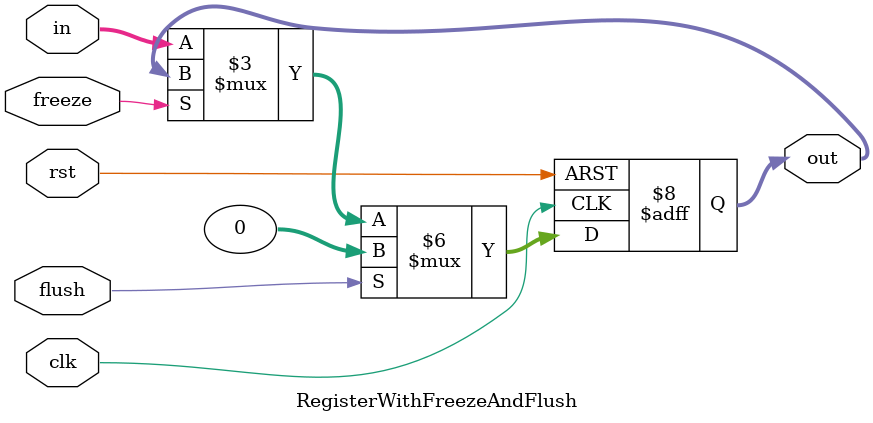
<source format=v>
module RegisterWithFreezeAndFlush #(parameter WIDTH = 32)
                                   (clk,
                                    rst,
                                    freeze,
                                    flush,
                                    in,
                                    out);
    input clk, rst;
    input freeze, flush;
    input[WIDTH-1:0] in;
    output reg[WIDTH-1:0] out;
    
    always @(posedge clk or posedge rst) begin
        if (rst) begin
            out <= {WIDTH{1'b0}};
        end
        else begin
            if (flush) begin
                out <= {WIDTH{1'b0}};
            end
            else if (~freeze) begin
                out <= in;
            end
        end
    end
    
endmodule

</source>
